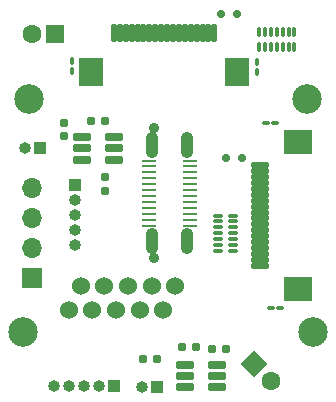
<source format=gbr>
%TF.GenerationSoftware,KiCad,Pcbnew,9.0.0*%
%TF.CreationDate,2025-03-11T18:34:41+03:00*%
%TF.ProjectId,Shield_Emergent_4,53686965-6c64-45f4-956d-657267656e74,rev?*%
%TF.SameCoordinates,Original*%
%TF.FileFunction,Soldermask,Top*%
%TF.FilePolarity,Negative*%
%FSLAX46Y46*%
G04 Gerber Fmt 4.6, Leading zero omitted, Abs format (unit mm)*
G04 Created by KiCad (PCBNEW 9.0.0) date 2025-03-11 18:34:41*
%MOMM*%
%LPD*%
G01*
G04 APERTURE LIST*
G04 Aperture macros list*
%AMRoundRect*
0 Rectangle with rounded corners*
0 $1 Rounding radius*
0 $2 $3 $4 $5 $6 $7 $8 $9 X,Y pos of 4 corners*
0 Add a 4 corners polygon primitive as box body*
4,1,4,$2,$3,$4,$5,$6,$7,$8,$9,$2,$3,0*
0 Add four circle primitives for the rounded corners*
1,1,$1+$1,$2,$3*
1,1,$1+$1,$4,$5*
1,1,$1+$1,$6,$7*
1,1,$1+$1,$8,$9*
0 Add four rect primitives between the rounded corners*
20,1,$1+$1,$2,$3,$4,$5,0*
20,1,$1+$1,$4,$5,$6,$7,0*
20,1,$1+$1,$6,$7,$8,$9,0*
20,1,$1+$1,$8,$9,$2,$3,0*%
%AMRotRect*
0 Rectangle, with rotation*
0 The origin of the aperture is its center*
0 $1 length*
0 $2 width*
0 $3 Rotation angle, in degrees counterclockwise*
0 Add horizontal line*
21,1,$1,$2,0,0,$3*%
G04 Aperture macros list end*
%ADD10R,1.000000X1.000000*%
%ADD11O,1.000000X1.000000*%
%ADD12C,2.500000*%
%ADD13RoundRect,0.075000X-0.075000X0.350000X-0.075000X-0.350000X0.075000X-0.350000X0.075000X0.350000X0*%
%ADD14RoundRect,0.160000X-0.160000X0.197500X-0.160000X-0.197500X0.160000X-0.197500X0.160000X0.197500X0*%
%ADD15C,0.900000*%
%ADD16R,1.300000X0.270000*%
%ADD17O,1.100000X2.220000*%
%ADD18RoundRect,0.162500X-0.617500X-0.162500X0.617500X-0.162500X0.617500X0.162500X-0.617500X0.162500X0*%
%ADD19RoundRect,0.150000X0.150000X0.200000X-0.150000X0.200000X-0.150000X-0.200000X0.150000X-0.200000X0*%
%ADD20RoundRect,0.100000X0.100000X-0.217500X0.100000X0.217500X-0.100000X0.217500X-0.100000X-0.217500X0*%
%ADD21RoundRect,0.160000X-0.197500X-0.160000X0.197500X-0.160000X0.197500X0.160000X-0.197500X0.160000X0*%
%ADD22RoundRect,0.075000X0.350000X0.075000X-0.350000X0.075000X-0.350000X-0.075000X0.350000X-0.075000X0*%
%ADD23C,1.524000*%
%ADD24R,1.700000X1.700000*%
%ADD25O,1.700000X1.700000*%
%ADD26RotRect,1.600000X1.600000X315.000000*%
%ADD27C,1.600000*%
%ADD28RoundRect,0.102000X-0.650000X0.150000X-0.650000X-0.150000X0.650000X-0.150000X0.650000X0.150000X0*%
%ADD29RoundRect,0.102000X-1.100000X0.950000X-1.100000X-0.950000X1.100000X-0.950000X1.100000X0.950000X0*%
%ADD30RoundRect,0.100000X0.217500X0.100000X-0.217500X0.100000X-0.217500X-0.100000X0.217500X-0.100000X0*%
%ADD31RoundRect,0.155000X-0.212500X-0.155000X0.212500X-0.155000X0.212500X0.155000X-0.212500X0.155000X0*%
%ADD32RoundRect,0.102000X0.150000X0.650000X-0.150000X0.650000X-0.150000X-0.650000X0.150000X-0.650000X0*%
%ADD33RoundRect,0.102000X0.950000X1.100000X-0.950000X1.100000X-0.950000X-1.100000X0.950000X-1.100000X0*%
%ADD34RoundRect,0.160000X0.197500X0.160000X-0.197500X0.160000X-0.197500X-0.160000X0.197500X-0.160000X0*%
%ADD35R,1.600000X1.600000*%
%ADD36RoundRect,0.155000X0.155000X-0.212500X0.155000X0.212500X-0.155000X0.212500X-0.155000X-0.212500X0*%
%ADD37RoundRect,0.150000X-0.150000X-0.200000X0.150000X-0.200000X0.150000X0.200000X-0.150000X0.200000X0*%
G04 APERTURE END LIST*
D10*
%TO.C,J4*%
X8750000Y-34350000D03*
D11*
X7479999Y-34350000D03*
X6210000Y-34350000D03*
X4940000Y-34350000D03*
X3670001Y-34350000D03*
%TD*%
D12*
%TO.C,REF\u002A\u002A*%
X1050000Y-29750000D03*
%TD*%
D13*
%TO.C,U3*%
X24050000Y-4395000D03*
X23550000Y-4395000D03*
X23050000Y-4395000D03*
X22550000Y-4395000D03*
X22050000Y-4395000D03*
X21550000Y-4395000D03*
X21050000Y-4395000D03*
X21050000Y-5645000D03*
X21550000Y-5645000D03*
X22050000Y-5645000D03*
X22550000Y-5645000D03*
X23050000Y-5645000D03*
X23550000Y-5645000D03*
X24050000Y-5645000D03*
%TD*%
D12*
%TO.C,REF\u002A\u002A*%
X25650000Y-29750000D03*
%TD*%
D14*
%TO.C,R6*%
X8020000Y-16622500D03*
X8020000Y-17817500D03*
%TD*%
D15*
%TO.C,X1*%
X12200000Y-23500000D03*
X12200000Y-12500000D03*
D16*
X11750000Y-20750000D03*
X11750000Y-20250000D03*
X11750000Y-19750000D03*
X11750001Y-19250000D03*
X11750000Y-18750000D03*
X11750000Y-18250000D03*
X11750000Y-17750000D03*
X11750000Y-17250000D03*
X11750001Y-16750000D03*
X11750000Y-16250000D03*
X11750000Y-15750000D03*
X11750000Y-15250000D03*
X15250000Y-15250000D03*
X15250000Y-15750000D03*
X15250000Y-16250000D03*
X15249999Y-16750000D03*
X15250000Y-17250000D03*
X15250000Y-17750000D03*
X15250000Y-18250000D03*
X15250000Y-18750000D03*
X15249999Y-19250000D03*
X15250000Y-19750000D03*
X15250000Y-20250000D03*
X15250000Y-20750000D03*
D17*
X12030000Y-22100000D03*
X14970000Y-22100000D03*
X12030000Y-13900000D03*
X14970000Y-13900000D03*
%TD*%
D18*
%TO.C,U2*%
X14800000Y-32540000D03*
X14800000Y-33490000D03*
X14800000Y-34440000D03*
X17500000Y-34440000D03*
X17500000Y-33490000D03*
X17500000Y-32540000D03*
%TD*%
D19*
%TO.C,D1*%
X17822500Y-2820000D03*
X19222500Y-2820000D03*
%TD*%
D20*
%TO.C,R10*%
X5260000Y-7637500D03*
X5260000Y-6822500D03*
%TD*%
D21*
%TO.C,R8*%
X17082500Y-31170000D03*
X18277500Y-31170000D03*
%TD*%
D22*
%TO.C,U4*%
X18857500Y-22907500D03*
X18857500Y-22407500D03*
X18857500Y-21907500D03*
X18857500Y-21407500D03*
X18857500Y-20907500D03*
X18857500Y-20407500D03*
X18857500Y-19907500D03*
X17607500Y-19907500D03*
X17607500Y-20407500D03*
X17607500Y-20907500D03*
X17607500Y-21407500D03*
X17607500Y-21907500D03*
X17607500Y-22407500D03*
X17607500Y-22907500D03*
%TD*%
D23*
%TO.C,J8*%
X13950000Y-25880000D03*
X12950000Y-27880000D03*
X11949999Y-25880000D03*
X10950000Y-27880000D03*
X9950000Y-25880000D03*
X8950001Y-27880000D03*
X7950000Y-25880000D03*
X6950000Y-27880000D03*
X5950000Y-25880000D03*
X4950000Y-27880001D03*
%TD*%
D24*
%TO.C,J2*%
X1830000Y-25190000D03*
D25*
X1830000Y-22650000D03*
X1830000Y-20110001D03*
X1830000Y-17570000D03*
%TD*%
D10*
%TO.C,J6*%
X12400000Y-34380000D03*
D11*
X11129999Y-34380000D03*
%TD*%
D20*
%TO.C,R9*%
X20880000Y-7727500D03*
X20880000Y-6912500D03*
%TD*%
D26*
%TO.C,C4*%
X20640000Y-32500000D03*
D27*
X22054214Y-33914214D03*
%TD*%
D10*
%TO.C,J5*%
X2530000Y-14200000D03*
D11*
X1259999Y-14200000D03*
%TD*%
D28*
%TO.C,J3*%
X21103805Y-24150000D03*
X21103805Y-23650000D03*
X21103805Y-23150000D03*
X21103805Y-22650000D03*
X21103805Y-22150000D03*
X21103805Y-21650000D03*
X21103805Y-21150000D03*
X21103805Y-20650000D03*
X21103805Y-20150000D03*
X21103805Y-19650000D03*
X21103805Y-19150000D03*
X21103805Y-18650000D03*
X21103805Y-18150000D03*
X21103805Y-17650000D03*
X21103805Y-17150000D03*
X21103805Y-16650000D03*
X21103805Y-16150000D03*
X21103805Y-15650000D03*
D29*
X24353805Y-13700000D03*
X24353805Y-26100000D03*
%TD*%
D12*
%TO.C,REF\u002A\u002A*%
X1550000Y-10000000D03*
%TD*%
%TO.C,REF\u002A\u002A*%
X25150000Y-10000000D03*
%TD*%
D30*
%TO.C,R12*%
X22847500Y-27750000D03*
X22032500Y-27750000D03*
%TD*%
D31*
%TO.C,C3*%
X14562500Y-31070000D03*
X15697500Y-31070000D03*
%TD*%
D32*
%TO.C,J1*%
X8770000Y-4465000D03*
X9270000Y-4465000D03*
X9770000Y-4465000D03*
X10270000Y-4465000D03*
X10770000Y-4465000D03*
X11270000Y-4465000D03*
X11770000Y-4465000D03*
X12270000Y-4465000D03*
X12770000Y-4465000D03*
X13270000Y-4465000D03*
X13770000Y-4465000D03*
X14270000Y-4465000D03*
X14770000Y-4465000D03*
X15270000Y-4465000D03*
X15770000Y-4465000D03*
X16270000Y-4465000D03*
X16770000Y-4465000D03*
X17270000Y-4465000D03*
D33*
X19220000Y-7715000D03*
X6820000Y-7715000D03*
%TD*%
D34*
%TO.C,R7*%
X12437500Y-32060000D03*
X11242500Y-32060000D03*
%TD*%
D18*
%TO.C,U1*%
X6090000Y-13270000D03*
X6090000Y-14220000D03*
X6090000Y-15170000D03*
X8790000Y-15170000D03*
X8790000Y-14220000D03*
X8790000Y-13270000D03*
%TD*%
D10*
%TO.C,J7*%
X5510000Y-17355000D03*
D11*
X5510000Y-18625001D03*
X5510000Y-19895000D03*
X5510000Y-21165000D03*
X5510000Y-22434999D03*
%TD*%
D30*
%TO.C,R11*%
X22417500Y-12040000D03*
X21602500Y-12040000D03*
%TD*%
D35*
%TO.C,C1*%
X3805113Y-4550000D03*
D27*
X1805113Y-4550000D03*
%TD*%
D36*
%TO.C,C2*%
X4510000Y-13207500D03*
X4510000Y-12072500D03*
%TD*%
D34*
%TO.C,R4*%
X7987500Y-11880000D03*
X6792500Y-11880000D03*
%TD*%
D37*
%TO.C,D2*%
X19640000Y-15040000D03*
X18240000Y-15040000D03*
%TD*%
M02*

</source>
